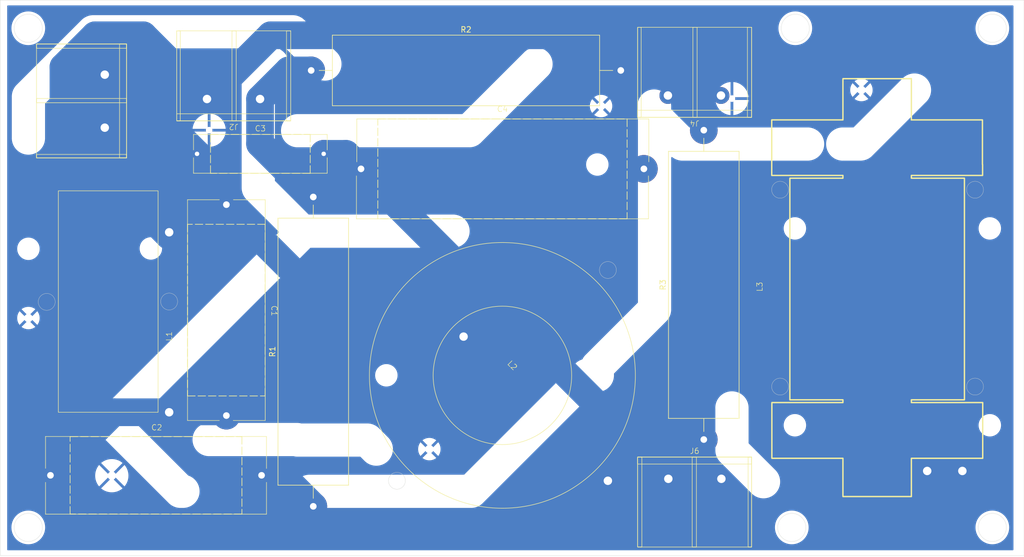
<source format=kicad_pcb>
(kicad_pcb (version 20240108) (generator "pcbnew") (generator_version "8.0")
  (layers (0 "F.Cu" signal) (31 "B.Cu" signal) (34 "B.Paste" user) (35 "F.Paste" user) (36 "B.SilkS" user "B.Silkscreen") (37 "F.SilkS" user "F.Silkscreen") (38 "B.Mask" user) (39 "F.Mask" user) (44 "Edge.Cuts" user))
  (net 0 "")
  (net 1 "IN+")
  (net 2 "Net-(J2-Pin_1)")
  (net 3 "IN-")
  (net 4 "Net-(J4-Pin_1)")
  (net 5 "Net-(C1-Pad2)")
  (net 6 "Net-(C2-Pad2)")
  (net 7 "Net-(C4-Pad2)")
  (net 8 "Net-(J6-Pin_1)")
  (footprint "stephenhouser:screw_terminal_01x02_p9.5mm" (layer "F.Cu") (at 163.445 29.163 180)
    (property "Reference" "J4" (at 10.16 -17.2132 180) (layer "F.SilkS") (effects (font (thickness 0.1))))
    (property "Value" "MF")
    (fp_rect (start 19.812 -16.129) (end 20.447 0.127) (stroke (width 0.1)) (fill none) (layer "F.SilkS"))
    (fp_rect (start 9.7155 -16.129) (end 10.4775 0.127) (stroke (width 0.1)) (fill none) (layer "F.SilkS"))
    (fp_rect (start -0.127 -16.129) (end 20.447 0.127) (stroke (width 0.1)) (fill none) (layer "F.SilkS"))
    (fp_rect (start -0.127 -16.129) (end 20.447 -14.859) (stroke (width 0.1)) (fill none) (layer "F.SilkS"))
    (fp_rect (start -0.127 -16.129) (end 0.635 0.127) (stroke (width 0.1)) (fill none) (layer "F.SilkS"))
    (pad "1" thru_hole circle (at 5.4102 -12.192 180) (size 3.048 3.048) (drill 1.524) (layers "*.Cu" "*.Mask") (net 4 "Net-(J4-Pin_1)"))
    (pad "2" thru_hole circle (at 14.986 -12.192 180) (size 3.048 3.048) (drill 1.524) (layers "*.Cu" "*.Mask") (net 3 "IN-"))
  )
  (footprint "stephenhouser:C_Audio_31x14" (layer "F.Cu") (at 68.772 61.074 -90)
    (property "Reference" "C1" (at 19.177 -8.636 -90) (layer "F.SilkS") (effects (font (thickness 0.1))))
    (property "Value" "C")
    (fp_line (start -0.889 7.0125) (end 38.989 7.0125) (stroke (width 0.1)) (layer "F.SilkS"))
    (fp_line (start 38.989 7.0125) (end 38.989 1.2625) (stroke (width 0.1)) (layer "F.SilkS"))
    (fp_line (start -0.889 1.2625) (end -0.889 7.0125) (stroke (width 0.1)) (layer "F.SilkS"))
    (fp_line (start -0.889 -1.2625) (end -0.889 -7.0125) (stroke (width 0.1)) (layer "F.SilkS"))
    (fp_line (start 38.989 -6.985) (end 38.989 -1.235) (stroke (width 0.1)) (layer "F.SilkS"))
    (fp_line (start -0.889 -7.0125) (end 38.989 -7.0125) (stroke (width 0.1)) (layer "F.SilkS"))
    (fp_rect (start 3.55 -7) (end 34.55 7) (stroke (width 0.125) (type dash)) (fill none) (layer "F.SilkS"))
    (pad "1" thru_hole circle (at 0 0 270) (size 5 5) (drill 1.2) (layers "*.Cu" "*.Mask") (net 1 "IN+"))
    (pad "2" thru_hole circle (at 38.1 0 270) (size 5 5) (drill 1.2) (layers "*.Cu" "*.Mask") (net 5 "Net-(C1-Pad2)"))
  )
  (footprint "stephenhouser:screw_terminal_01x02_p9.5mm" (layer "F.Cu") (at 80.26 29.798 180)
    (property "Reference" "J2" (at 10.16 -17.2132 180) (layer "F.SilkS") (effects (font (thickness 0.1))))
    (property "Value" "HF")
    (fp_rect (start 19.812 -16.129) (end 20.447 0.127) (stroke (width 0.1)) (fill none) (layer "F.SilkS"))
    (fp_rect (start 9.7155 -16.129) (end 10.4775 0.127) (stroke (width 0.1)) (fill none) (layer "F.SilkS"))
    (fp_rect (start -0.127 -16.129) (end 20.447 0.127) (stroke (width 0.1)) (fill none) (layer "F.SilkS"))
    (fp_rect (start -0.127 -16.129) (end 20.447 -14.859) (stroke (width 0.1)) (fill none) (layer "F.SilkS"))
    (fp_rect (start -0.127 -16.129) (end 0.635 0.127) (stroke (width 0.1)) (fill none) (layer "F.SilkS"))
    (pad "1" thru_hole circle (at 5.4102 -12.192 180) (size 3.048 3.048) (drill 1.524) (layers "*.Cu" "*.Mask") (net 2 "Net-(J2-Pin_1)"))
    (pad "2" thru_hole circle (at 14.986 -12.192 180) (size 3.048 3.048) (drill 1.524) (layers "*.Cu" "*.Mask") (net 3 "IN-"))
  )
  (footprint "stephenhouser:L_Audio_D40_W18_Vertical" (layer "F.Cu") (at 58.445 98.577 90)
    (property "Reference" "L1" (at 13.716 0 90) (layer "F.SilkS") (effects (font (thickness 0.1))))
    (property "Value" "L")
    (fp_rect (start 0 -20) (end 40 -2) (stroke (width 0.1)) (fill none) (layer "F.SilkS"))
    (fp_circle (center 19.939 -22.098) (end 21.463 -22.098) (stroke (width 0.05)) (fill none) (layer "Edge.Cuts"))
    (fp_circle (center 20 0) (end 21.524 0) (stroke (width 0.05)) (fill none) (layer "Edge.Cuts"))
    (pad "1" thru_hole circle (at 0 0 90) (size 3.048 3.048) (drill 1.524) (layers "*.Cu" "*.Mask") (net 5 "Net-(C1-Pad2)"))
    (pad "2" thru_hole circle (at 32.512 0 90) (size 3.048 3.048) (drill 1.524) (layers "*.Cu" "*.Mask") (net 3 "IN-"))
  )
  (footprint "stephenhouser:L_Audio_61x38_Iron" (layer "F.Cu") (at 201.603 109.181 90)
    (property "Reference" "L3" (at 33.274 -36.576 90) (layer "F.SilkS") (effects (font (thickness 0.1))))
    (property "Value" "L")
    (fp_poly (pts (xy 63.416858 -21.556288) (xy 70.866 -21.556288) (xy 70.866 -9.202521) (xy 63.416858 -9.202521) (xy 63.416858 3.621507) (xy 55.36307 3.621507) (xy 55.36307 3.646822) (xy 53.387484 3.646822) (xy 53.387484 -9.202521) (xy 52.885188 -9.202521) (xy 52.885188 0.373125) (xy 12.854556 0.373125) (xy 12.854556 -9.202521) (xy 12.355884 -9.202521) (xy 12.355884 3.671632) (xy 2.288798 3.671632) (xy 2.288798 -9.202521) (xy -4.62293 -9.202521) (xy -4.62293 -21.556288) (xy 2.288798 -21.556288) (xy 2.288798 -34.380827) (xy 12.355884 -34.380827) (xy 12.355884 -21.556288) (xy 12.854556 -21.556288) (xy 12.854556 -31.131926) (xy 52.885188 -31.131926) (xy 52.885188 -21.556288) (xy 53.387484 -21.556288) (xy 53.387484 -34.405631) (xy 63.416858 -34.405631)) (stroke (width 0.25)) (fill none) (layer "F.SilkS"))
    (fp_circle (center 50.8 -32.893) (end 52.324 -32.893) (stroke (width 0.05)) (fill none) (layer "Edge.Cuts"))
    (fp_circle (center 15.24 -32.893) (end 16.764 -32.893) (stroke (width 0.05)) (fill none) (layer "Edge.Cuts"))
    (fp_circle (center 50.8 2.286) (end 52.324 2.286) (stroke (width 0.05)) (fill none) (layer "Edge.Cuts"))
    (fp_circle (center 15.24 2.286) (end 16.764 2.286) (stroke (width 0.05)) (fill none) (layer "Edge.Cuts"))
    (pad "1" thru_hole circle (at 0 -6.35 90) (size 5 5) (drill 1.524) (layers "*.Cu" "*.Mask") (net 8 "Net-(J6-Pin_1)"))
    (pad "2" thru_hole circle (at 0 0 90) (size 5 5) (drill 1.524) (layers "*.Cu" "*.Mask") (net 4 "Net-(J4-Pin_1)"))
  )
  (footprint "Resistor_THT:R_Axial_Power_L48.0mm_W12.5mm_P55.88mm" (layer "F.Cu") (at 84.455 115.57 90)
    (property "Reference" "R1" (at 27.94 -7.37 90) (layer "F.SilkS"))
    (property "Value" "R")
    (fp_line (start 52.06 -6.37) (end 3.82 -6.37) (stroke (width 0.12)) (layer "F.SilkS"))
    (fp_line (start 3.82 -6.37) (end 3.82 6.37) (stroke (width 0.12)) (layer "F.SilkS"))
    (fp_line (start 54.44 0) (end 52.06 0) (stroke (width 0.12)) (layer "F.SilkS"))
    (fp_line (start 1.44 0) (end 3.82 0) (stroke (width 0.12)) (layer "F.SilkS"))
    (fp_line (start 52.06 6.37) (end 52.06 -6.37) (stroke (width 0.12)) (layer "F.SilkS"))
    (fp_line (start 3.82 6.37) (end 52.06 6.37) (stroke (width 0.12)) (layer "F.SilkS"))
    (pad "1" thru_hole circle (at 0 0 90) (size 5 5) (drill 1.2) (layers "*.Cu" "*.Mask") (net 6 "Net-(C2-Pad2)"))
    (pad "2" thru_hole oval (at 55.88 0 90) (size 5 5) (drill 1.2) (layers "*.Cu" "*.Mask") (net 2 "Net-(J2-Pin_1)"))
  )
  (footprint "Resistor_THT:R_Axial_Power_L48.0mm_W12.5mm_P55.88mm" (layer "F.Cu") (at 154.935 103.505 90)
    (property "Reference" "R3" (at 27.94 -7.37 90) (layer "F.SilkS"))
    (property "Value" "R")
    (fp_line (start 52.06 -6.37) (end 3.82 -6.37) (stroke (width 0.12)) (layer "F.SilkS"))
    (fp_line (start 3.82 -6.37) (end 3.82 6.37) (stroke (width 0.12)) (layer "F.SilkS"))
    (fp_line (start 54.44 0) (end 52.06 0) (stroke (width 0.12)) (layer "F.SilkS"))
    (fp_line (start 1.44 0) (end 3.82 0) (stroke (width 0.12)) (layer "F.SilkS"))
    (fp_line (start 52.06 6.37) (end 52.06 -6.37) (stroke (width 0.12)) (layer "F.SilkS"))
    (fp_line (start 3.82 6.37) (end 52.06 6.37) (stroke (width 0.12)) (layer "F.SilkS"))
    (pad "1" thru_hole circle (at 0 0 90) (size 5 5) (drill 1.2) (layers "*.Cu" "*.Mask") (net 7 "Net-(C4-Pad2)"))
    (pad "2" thru_hole oval (at 55.88 0 90) (size 5 5) (drill 1.2) (layers "*.Cu" "*.Mask") (net 3 "IN-"))
  )
  (footprint "stephenhouser:L_Audio_D48_W16_Horizontal" (layer "F.Cu") (at 118.587207 91.913907 -45)
    (property "Reference" "L2" (at 0 -2.54 -45) (layer "F.SilkS") (effects (font (thickness 0.1))))
    (property "Value" "L")
    (fp_circle (center 0 0) (end 12.5 0) (stroke (width 0.1)) (fill none) (layer "F.SilkS"))
    (fp_circle (center 0 0) (end 24 0) (stroke (width 0.1)) (fill none) (layer "F.SilkS"))
    (fp_circle (center 0 26.924) (end 1.524 26.924) (stroke (width 0.05)) (fill none) (layer "Edge.Cuts"))
    (fp_circle (center 0 -26.924) (end 1.524 -26.924) (stroke (width 0.05)) (fill none) (layer "Edge.Cuts"))
    (pad "1" thru_hole circle (at -9.906 0 315) (size 3.048 3.048) (drill 1.524) (layers "*.Cu" "*.Mask") (net 1 "IN+"))
    (pad "2" thru_hole circle (at 26.924 0 315) (size 3.048 3.048) (drill 1.524) (layers "*.Cu" "*.Mask") (net 4 "Net-(J4-Pin_1)"))
  )
  (footprint "stephenhouser:screw_terminal_01x02_p9.5mm" (layer "F.Cu") (at 34.633 32.1827 -90)
    (property "Reference" "J1" (hide yes))
    (property "Value" "IN")
    (fp_rect (start -0.127 -16.129) (end 0.635 0.127) (stroke (width 0.1)) (fill none) (layer "F.SilkS"))
    (fp_rect (start -0.127 -16.129) (end 20.447 0.127) (stroke (width 0.1)) (fill none) (layer "F.SilkS"))
    (fp_rect (start -0.127 -16.129) (end 20.447 -14.859) (stroke (width 0.1)) (fill none) (layer "F.SilkS"))
    (fp_rect (start 9.7155 -16.129) (end 10.4775 0.127) (stroke (width 0.1)) (fill none) (layer "F.SilkS"))
    (fp_rect (start 19.812 -16.129) (end 20.447 0.127) (stroke (width 0.1)) (fill none) (layer "F.SilkS"))
    (pad "1" thru_hole circle (at 5.4102 -12.192 270) (size 5 5) (drill 1.524) (layers "*.Cu" "*.Mask") (net 1 "IN+"))
    (pad "2" thru_hole circle (at 14.986 -12.192 270) (size 5 5) (drill 1.524) (layers "*.Cu" "*.Mask") (net 3 "IN-"))
  )
  (footprint "stephenhouser:C_Audio_31x14" (layer "F.Cu") (at 37.022 109.969)
    (property "Reference" "C2" (at 19.177 -8.636 0) (layer "F.SilkS") (effects (font (thickness 0.1))))
    (property "Value" "C")
    (fp_line (start -0.889 -7.0125) (end 38.989 -7.0125) (stroke (width 0.1)) (layer "F.SilkS"))
    (fp_line (start -0.889 -1.2625) (end -0.889 -7.0125) (stroke (width 0.1)) (layer "F.SilkS"))
    (fp_line (start -0.889 1.2625) (end -0.889 7.0125) (stroke (width 0.1)) (layer "F.SilkS"))
    (fp_line (start -0.889 7.0125) (end 38.989 7.0125) (stroke (width 0.1)) (layer "F.SilkS"))
    (fp_line (start 38.989 -6.985) (end 38.989 -1.235) (stroke (width 0.1)) (layer "F.SilkS"))
    (fp_line (start 38.989 7.0125) (end 38.989 1.2625) (stroke (width 0.1)) (layer "F.SilkS"))
    (fp_rect (start 3.55 -7) (end 34.55 7) (stroke (width 0.125) (type dash)) (fill none) (layer "F.SilkS"))
    (pad "1" thru_hole circle (at 0 0) (size 5 5) (drill 1.2) (layers "*.Cu" "*.Mask") (net 5 "Net-(C1-Pad2)"))
    (pad "2" thru_hole circle (at 38.1 0) (size 5 5) (drill 1.2) (layers "*.Cu" "*.Mask") (net 6 "Net-(C2-Pad2)"))
  )
  (footprint "stephenhouser:C_Audio_45x18" (layer "F.Cu") (at 93.0705 54.61)
    (property "Reference" "C4" (at 25.527 -10.795 0) (layer "F.SilkS") (effects (font (thickness 0.1))))
    (property "Value" "C")
    (fp_line (start -0.8255 1.267) (end -0.8255 9.017) (stroke (width 0.1)) (layer "F.SilkS"))
    (fp_line (start -0.8255 9.017) (end 51.8795 9.017) (stroke (width 0.1)) (layer "F.SilkS"))
    (fp_line (start -0.762 -9.017) (end 51.943 -9.017) (stroke (width 0.1)) (layer "F.SilkS"))
    (fp_line (start -0.762 -1.267) (end -0.762 -9.017) (stroke (width 0.1)) (layer "F.SilkS"))
    (fp_line (start 51.8795 9.017) (end 51.8795 1.267) (stroke (width 0.1)) (layer "F.SilkS"))
    (fp_line (start 51.943 -9.017) (end 51.943 -1.267) (stroke (width 0.1)) (layer "F.SilkS"))
    (fp_rect (start 3.027 -9) (end 48.027 9) (stroke (width 0.125) (type dash)) (fill none) (layer "F.SilkS"))
    (pad "1" thru_hole circle (at 0 0) (size 5 5) (drill 1.2) (layers "*.Cu" "*.Mask") (net 4 "Net-(J4-Pin_1)"))
    (pad "2" thru_hole circle (at 51.054 0) (size 5 5) (drill 1.2) (layers "*.Cu" "*.Mask") (net 7 "Net-(C4-Pad2)"))
  )
  (footprint "stephenhouser:screw_terminal_01x02_p9.5mm" (layer "F.Cu") (at 143.125 122.792)
    (property "Reference" "J6" (at 10.16 -17.2132 0) (layer "F.SilkS") (effects (font (thickness 0.1))))
    (property "Value" "LF")
    (fp_rect (start -0.127 -16.129) (end 0.635 0.127) (stroke (width 0.1)) (fill none) (layer "F.SilkS"))
    (fp_rect (start -0.127 -16.129) (end 20.447 -14.859) (stroke (width 0.1)) (fill none) (layer "F.SilkS"))
    (fp_rect (start -0.127 -16.129) (end 20.447 0.127) (stroke (width 0.1)) (fill none) (layer "F.SilkS"))
    (fp_rect (start 9.7155 -16.129) (end 10.4775 0.127) (stroke (width 0.1)) (fill none) (layer "F.SilkS"))
    (fp_rect (start 19.812 -16.129) (end 20.447 0.127) (stroke (width 0.1)) (fill none) (layer "F.SilkS"))
    (pad "1" thru_hole circle (at 5.4102 -12.192) (size 3.048 3.048) (drill 1.524) (layers "*.Cu" "*.Mask") (net 8 "Net-(J6-Pin_1)"))
    (pad "2" thru_hole circle (at 14.986 -12.192) (size 3.048 3.048) (drill 1.524) (layers "*.Cu" "*.Mask") (net 3 "IN-"))
  )
  (footprint "Resistor_THT:R_Axial_Power_L48.0mm_W12.5mm_P55.88mm" (layer "F.Cu") (at 84.075 36.83)
    (property "Reference" "R2" (at 27.94 -7.37 360) (layer "F.SilkS"))
    (property "Value" "R")
    (fp_line (start 1.44 0) (end 3.82 0) (stroke (width 0.12)) (layer "F.SilkS"))
    (fp_line (start 3.82 -6.37) (end 3.82 6.37) (stroke (width 0.12)) (layer "F.SilkS"))
    (fp_line (start 3.82 6.37) (end 52.06 6.37) (stroke (width 0.12)) (layer "F.SilkS"))
    (fp_line (start 52.06 -6.37) (end 3.82 -6.37) (stroke (width 0.12)) (layer "F.SilkS"))
    (fp_line (start 52.06 6.37) (end 52.06 -6.37) (stroke (width 0.12)) (layer "F.SilkS"))
    (fp_line (start 54.44 0) (end 52.06 0) (stroke (width 0.12)) (layer "F.SilkS"))
    (pad "1" thru_hole circle (at 0 0) (size 5 5) (drill 1.2) (layers "*.Cu" "*.Mask") (net 2 "Net-(J2-Pin_1)"))
    (pad "2" thru_hole oval (at 55.88 0) (size 5 5) (drill 1.2) (layers "*.Cu" "*.Mask") (net 3 "IN-"))
  )
  (footprint "stephenhouser:C_Audio_18x07" (layer "F.Cu") (at 63.475 51.8967)
    (property "Reference" "C3" (at 11.43 -4.572 0) (layer "F.SilkS") (effects (font (thickness 0.1))))
    (property "Value" "C")
    (fp_line (start -0.635 -3.5) (end 23.495 -3.5) (stroke (width 0.1)) (layer "F.SilkS"))
    (fp_line (start -0.635 -0.706) (end -0.635 -3.506) (stroke (width 0.1)) (layer "F.SilkS"))
    (fp_line (start -0.635 0.706) (end -0.635 3.506) (stroke (width 0.1)) (layer "F.SilkS"))
    (fp_line (start -0.635 3.5) (end 23.495 3.5) (stroke (width 0.1)) (layer "F.SilkS"))
    (fp_line (start 23.495 -3.5) (end 23.495 -0.7) (stroke (width 0.1)) (layer "F.SilkS"))
    (fp_line (start 23.495 3.5) (end 23.495 0.7) (stroke (width 0.1)) (layer "F.SilkS"))
    (fp_rect (start 2.43 -3.5) (end 20.43 3.5) (stroke (width 0.125) (type dash)) (fill none) (layer "F.SilkS"))
    (pad "1" thru_hole circle (at 0 0) (size 5 5) (drill 0.8) (layers "*.Cu" "*.Mask") (net 1 "IN+"))
    (pad "2" thru_hole circle (at 22.86 0) (size 5 5) (drill 0.8) (layers "*.Cu" "*.Mask") (net 4 "Net-(J4-Pin_1)"))
  )
  (gr_circle (center 207.01 119.38) (end 207.01 121.92) (stroke (width 0.05)) (fill none) (layer "Edge.Cuts"))
  (gr_circle (center 170.815 119.38) (end 170.815 116.84) (stroke (width 0.05)) (fill none) (layer "Edge.Cuts"))
  (gr_circle (center 33.02 119.38) (end 33.02 116.84) (stroke (width 0.05)) (fill none) (layer "Edge.Cuts"))
  (gr_rect (start 27.94 24.13) (end 212.725 124.46) (stroke (width 0.05)) (fill none) (layer "Edge.Cuts"))
  (gr_circle (center 33.02 29.21) (end 33.02 26.67) (stroke (width 0.05)) (fill none) (layer "Edge.Cuts"))
  (gr_circle (center 171.45 29.21) (end 171.45 31.75) (stroke (width 0.05)) (fill none) (layer "Edge.Cuts"))
  (gr_circle (center 207.01 29.21) (end 207.01 31.75) (stroke (width 0.05)) (fill none) (layer "Edge.Cuts"))
  (segment (start 63.475 55.777) (end 68.772 61.074) (width 5) (layer "B.Cu") (net 1))
  (segment (start 46.825 37.5929) (end 49.1712 37.5929) (width 5) (layer "B.Cu") (net 1))
  (segment (start 68.772 61.074) (end 92.607307 84.909307) (width 5) (layer "B.Cu") (net 1))
  (segment (start 49.1712 37.5929) (end 63.475 51.8967) (width 5) (layer "B.Cu") (net 1))
  (segment (start 92.607307 84.909307) (end 111.582607 84.909307) (width 5) (layer "B.Cu") (net 1))
  (segment (start 63.475 51.8967) (end 63.475 55.777) (width 5) (layer "B.Cu") (net 1))
  (segment (start 84.075 36.83) (end 80.0098 36.83) (width 5) (layer "B.Cu") (net 2))
  (segment (start 80.0098 36.83) (end 74.8498 41.99) (width 5) (layer "B.Cu") (net 2))
  (segment (start 84.455 59.69) (end 74.8498 50.0848) (width 5) (layer "B.Cu") (net 2))
  (segment (start 74.8498 50.0848) (end 74.8498 41.99) (width 5) (layer "B.Cu") (net 2))
  (segment (start 58.445 66.65) (end 58.42 66.675) (width 5) (layer "B.Cu") (net 3))
  (segment (start 45.085 30.48) (end 39.37 36.195) (width 5) (layer "B.Cu") (net 3))
  (segment (start 53.764 30.48) (end 45.085 30.48) (width 5) (layer "B.Cu") (net 3))
  (segment (start 133.605 30.48) (end 76.784 30.48) (width 5) (layer "B.Cu") (net 3))
  (segment (start 139.955 36.83) (end 133.605 30.48) (width 5) (layer "B.Cu") (net 3))
  (segment (start 42.0887 47.1687) (end 46.825 47.1687) (width 5) (layer "B.Cu") (net 3))
  (segment (start 58.42 66.675) (end 46.825 55.08) (width 5) (layer "B.Cu") (net 3))
  (segment (start 65.274 41.99) (end 53.764 30.48) (width 5) (layer "B.Cu") (net 3))
  (segment (start 39.37 44.45) (end 42.0887 47.1687) (width 5) (layer "B.Cu") (net 3))
  (segment (start 39.37 36.195) (end 39.37 44.45) (width 5) (layer "B.Cu") (net 3))
  (segment (start 46.825 55.08) (end 46.825 47.1687) (width 5) (layer "B.Cu") (net 3))
  (segment (start 58.445 66.065) (end 58.445 66.65) (width 5) (layer "B.Cu") (net 3))
  (segment (start 76.784 30.48) (end 65.274 41.99) (width 5) (layer "B.Cu") (net 3))
  (segment (start 137.62535 110.95205) (end 137.62535 99.16485) (width 5) (layer "B.Cu") (net 4))
  (segment (start 137.62535 99.16485) (end 93.0705 54.61) (width 5) (layer "B.Cu") (net 4))
  (segment (start 86.335 51.8967) (end 90.3572 51.8967) (width 5) (layer "B.Cu") (net 4))
  (segment (start 90.3572 51.8967) (end 93.0705 54.61) (width 5) (layer "B.Cu") (net 4))
  (segment (start 48.414 98.577) (end 37.022 109.969) (width 5) (layer "B.Cu") (net 5))
  (segment (start 68.772 99.174) (end 68.023 98.425) (width 5) (layer "B.Cu") (net 5))
  (segment (start 58.597 98.425) (end 58.445 98.577) (width 5) (layer "B.Cu") (net 5))
  (segment (start 58.445 98.577) (end 48.414 98.577) (width 5) (layer "B.Cu") (net 5))
  (segment (start 68.023 98.425) (end 58.597 98.425) (width 5) (layer "B.Cu") (net 5))
  (segment (start 78.854 109.969) (end 84.455 115.57) (width 5) (layer "B.Cu") (net 6))
  (segment (start 75.122 109.969) (end 78.854 109.969) (width 5) (layer "B.Cu") (net 6))
  (zone (net 3) (net_name "IN-") (layer "B.Cu") (connect_pads (clearance 0.5)) (min_thickness 0.25) (fill yes (thermal_gap 0.5) (thermal_bridge_width 0.5))
    (polygon (pts (xy 29.21 25.0825) (xy 210.82 25.0825) (xy 210.82 123.5075) (xy 29.21 123.5075)))
  )
)
</source>
